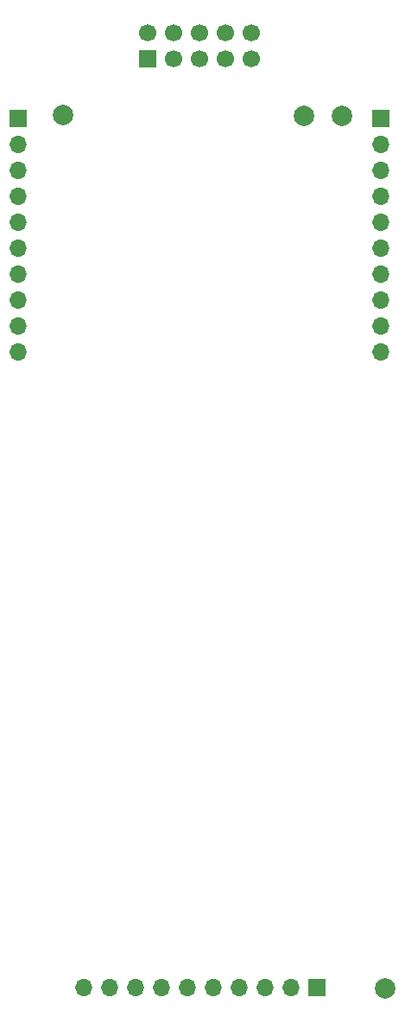
<source format=gbr>
%TF.GenerationSoftware,KiCad,Pcbnew,(6.0.11)*%
%TF.CreationDate,2023-07-04T16:59:20+01:00*%
%TF.ProjectId,Quilter_Components,5175696c-7465-4725-9f43-6f6d706f6e65,rev?*%
%TF.SameCoordinates,Original*%
%TF.FileFunction,Soldermask,Bot*%
%TF.FilePolarity,Negative*%
%FSLAX46Y46*%
G04 Gerber Fmt 4.6, Leading zero omitted, Abs format (unit mm)*
G04 Created by KiCad (PCBNEW (6.0.11)) date 2023-07-04 16:59:20*
%MOMM*%
%LPD*%
G01*
G04 APERTURE LIST*
%ADD10R,1.700000X1.700000*%
%ADD11C,1.700000*%
%ADD12C,2.000000*%
%ADD13O,1.700000X1.700000*%
G04 APERTURE END LIST*
D10*
%TO.C,J4*%
X65060000Y-57000000D03*
D11*
X65060000Y-54460000D03*
X67600000Y-57000000D03*
X67600000Y-54460000D03*
X70140000Y-57000000D03*
X70140000Y-54460000D03*
X72680000Y-57000000D03*
X72680000Y-54460000D03*
X75220000Y-57000000D03*
X75220000Y-54460000D03*
%TD*%
D12*
%TO.C,TP2*%
X56800000Y-62500000D03*
%TD*%
%TO.C,TP4*%
X80400000Y-62600000D03*
%TD*%
%TO.C,TP1*%
X84100000Y-62600000D03*
%TD*%
%TO.C,TP3*%
X88400000Y-148000000D03*
%TD*%
D10*
%TO.C,J3*%
X81650000Y-147900000D03*
D13*
X79110000Y-147900000D03*
X76570000Y-147900000D03*
X74030000Y-147900000D03*
X71490000Y-147900000D03*
X68950000Y-147900000D03*
X66410000Y-147900000D03*
X63870000Y-147900000D03*
X61330000Y-147900000D03*
X58790000Y-147900000D03*
%TD*%
D10*
%TO.C,J1*%
X52400000Y-62800000D03*
D13*
X52400000Y-65340000D03*
X52400000Y-67880000D03*
X52400000Y-70420000D03*
X52400000Y-72960000D03*
X52400000Y-75500000D03*
X52400000Y-78040000D03*
X52400000Y-80580000D03*
X52400000Y-83120000D03*
X52400000Y-85660000D03*
%TD*%
D10*
%TO.C,J2*%
X87900000Y-62800000D03*
D13*
X87900000Y-65340000D03*
X87900000Y-67880000D03*
X87900000Y-70420000D03*
X87900000Y-72960000D03*
X87900000Y-75500000D03*
X87900000Y-78040000D03*
X87900000Y-80580000D03*
X87900000Y-83120000D03*
X87900000Y-85660000D03*
%TD*%
M02*

</source>
